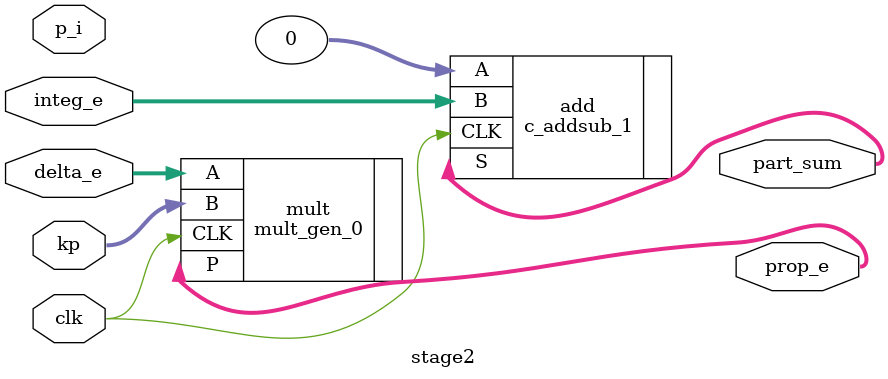
<source format=v>
`timescale 1ns / 1ps


module stage2(clk, kp, delta_e, integ_e, p_i, prop_e, part_sum);
    input clk;
    input [15:0] delta_e;
    input [31:0] integ_e, p_i;
    input wire signed [31:0] kp;
    output wire [31:0] prop_e, part_sum;
        
    mult_gen_0 mult (
          .CLK(clk),    // input wire CLK
          .A(delta_e),  // input wire [15 : 0] A
          .B(kp),       // input wire [31 : 0] B
          .P(prop_e)    // output wire [31 : 0] P
        );
    
    c_addsub_1 add (
          .A(32'b0),      // input wire [31 : 0] A
          .B(integ_e),  // input wire [31 : 0] B
          .CLK(clk),    // input wire CLK
          .S(part_sum)  // output wire [31 : 0] S
        );


endmodule

</source>
